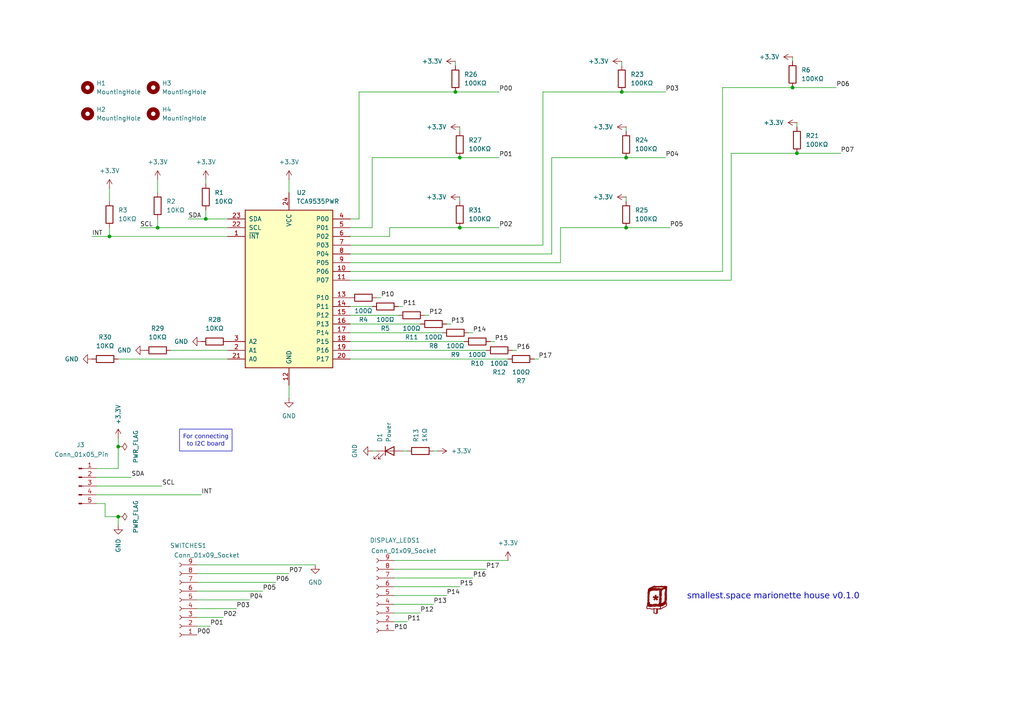
<source format=kicad_sch>
(kicad_sch (version 20231120) (generator "eeschema") (generator_version "8.0")
  (paper "A4")
  (lib_symbols
    (symbol "Connector:Conn_01x05_Pin" (pin_names (offset 1.016) hide)
      (property "Reference" "J" (at 0 7.62 0))
      (property "Value" "Conn_01x05_Pin" (at 0 -7.62 0))
      (symbol "Conn_01x05_Pin_1_1"
        (pin passive line (at 5.08 5.08 180) (length 3.81) (name "Pin_1") (number "1"))
        (pin passive line (at 5.08 2.54 180) (length 3.81) (name "Pin_2") (number "2"))
        (pin passive line (at 5.08 0 180) (length 3.81) (name "Pin_3") (number "3"))
        (pin passive line (at 5.08 -2.54 180) (length 3.81) (name "Pin_4") (number "4"))
        (pin passive line (at 5.08 -5.08 180) (length 3.81) (name "Pin_5") (number "5"))
      )
    )
    (symbol "Connector:Conn_01x09_Socket" (pin_names (offset 1.016) hide)
      (property "Reference" "J" (at 0 12.7 0))
      (property "Value" "Conn_01x09_Socket" (at 0 -12.7 0))
      (symbol "Conn_01x09_Socket_1_1"
        (pin passive line (at -5.08 10.16 0) (length 3.81) (name "Pin_1") (number "1"))
        (pin passive line (at -5.08 7.62 0) (length 3.81) (name "Pin_2") (number "2"))
        (pin passive line (at -5.08 5.08 0) (length 3.81) (name "Pin_3") (number "3"))
        (pin passive line (at -5.08 2.54 0) (length 3.81) (name "Pin_4") (number "4"))
        (pin passive line (at -5.08 0 0) (length 3.81) (name "Pin_5") (number "5"))
        (pin passive line (at -5.08 -2.54 0) (length 3.81) (name "Pin_6") (number "6"))
        (pin passive line (at -5.08 -5.08 0) (length 3.81) (name "Pin_7") (number "7"))
        (pin passive line (at -5.08 -7.62 0) (length 3.81) (name "Pin_8") (number "8"))
        (pin passive line (at -5.08 -10.16 0) (length 3.81) (name "Pin_9") (number "9"))
      )
    )
    (symbol "Device:LED" (pin_numbers hide) (pin_names (offset 1.016) hide)
      (property "Reference" "D" (at 0 2.54 0))
      (property "Value" "LED" (at 0 -2.54 0))
      (symbol "LED_1_1"
        (pin passive line (at -3.81 0 0) (length 2.54) (name "K") (number "1"))
        (pin passive line (at 3.81 0 180) (length 2.54) (name "A") (number "2"))
      )
    )
    (symbol "Device:R" (pin_numbers hide) (pin_names (offset 0))
      (property "Reference" "R" (at 2.032 0 90))
      (property "Value" "R" (at 0 0 90))
      (symbol "R_1_1"
        (pin passive line (at 0 3.81 270) (length 1.27) (name "~") (number "1"))
        (pin passive line (at 0 -3.81 90) (length 1.27) (name "~") (number "2"))
      )
    )
    (symbol "Interface_Expansion:TCA9535PWR" (pin_names (offset 1.016))
      (property "Reference" "U" (at -11.43 24.13 0))
      (property "Value" "TCA9535PWR" (at 0 0 0))
      (symbol "TCA9535PWR_1_1"
        (pin open_collector line (at -17.78 15.24 0) (length 5.08) (name "~{INT}") (number "1"))
        (pin bidirectional line (at 17.78 5.08 180) (length 5.08) (name "P06") (number "10"))
        (pin bidirectional line (at 17.78 2.54 180) (length 5.08) (name "P07") (number "11"))
        (pin power_in line (at 0 -27.94 90) (length 5.08) (name "GND") (number "12"))
        (pin bidirectional line (at 17.78 -2.54 180) (length 5.08) (name "P10") (number "13"))
        (pin bidirectional line (at 17.78 -5.08 180) (length 5.08) (name "P11") (number "14"))
        (pin bidirectional line (at 17.78 -7.62 180) (length 5.08) (name "P12") (number "15"))
        (pin bidirectional line (at 17.78 -10.16 180) (length 5.08) (name "P13") (number "16"))
        (pin bidirectional line (at 17.78 -12.7 180) (length 5.08) (name "P14") (number "17"))
        (pin bidirectional line (at 17.78 -15.24 180) (length 5.08) (name "P15") (number "18"))
        (pin bidirectional line (at 17.78 -17.78 180) (length 5.08) (name "P16") (number "19"))
        (pin input line (at -17.78 -17.78 0) (length 5.08) (name "A1") (number "2"))
        (pin bidirectional line (at 17.78 -20.32 180) (length 5.08) (name "P17") (number "20"))
        (pin input line (at -17.78 -20.32 0) (length 5.08) (name "A0") (number "21"))
        (pin input line (at -17.78 17.78 0) (length 5.08) (name "SCL") (number "22"))
        (pin bidirectional line (at -17.78 20.32 0) (length 5.08) (name "SDA") (number "23"))
        (pin power_in line (at 0 27.94 270) (length 5.08) (name "VCC") (number "24"))
        (pin input line (at -17.78 -15.24 0) (length 5.08) (name "A2") (number "3"))
        (pin bidirectional line (at 17.78 20.32 180) (length 5.08) (name "P00") (number "4"))
        (pin bidirectional line (at 17.78 17.78 180) (length 5.08) (name "P01") (number "5"))
        (pin bidirectional line (at 17.78 15.24 180) (length 5.08) (name "P02") (number "6"))
        (pin bidirectional line (at 17.78 12.7 180) (length 5.08) (name "P03") (number "7"))
        (pin bidirectional line (at 17.78 10.16 180) (length 5.08) (name "P04") (number "8"))
        (pin bidirectional line (at 17.78 7.62 180) (length 5.08) (name "P05") (number "9"))
      )
    )
    (symbol "Mechanical:MountingHole" (pin_names (offset 1.016)) (exclude_from_sim yes) (in_bom no)
      (property "Reference" "H" (at 0 5.08 0))
      (property "Value" "MountingHole" (at 0 3.175 0))
    )
    (symbol "power:+3.3V" (power) (pin_numbers hide) (pin_names (offset 0) hide)
      (property "Value" "+3.3V" (at 0 3.556 0))
      (symbol "+3.3V_1_1"
        (pin power_in line (at 0 0 90) (length 0) (name "~") (number "1"))
      )
    )
    (symbol "power:GND" (power) (pin_numbers hide) (pin_names (offset 0) hide)
      (property "Value" "GND" (at 0 -3.81 0))
      (symbol "GND_1_1"
        (pin power_in line (at 0 0 270) (length 0) (name "~") (number "1"))
      )
    )
    (symbol "power:PWR_FLAG" (power) (pin_numbers hide) (pin_names (offset 0) hide)
      (property "Value" "PWR_FLAG" (at 0 3.81 0))
      (symbol "PWR_FLAG_0_0"
        (pin power_out line (at 0 0 90) (length 0) (name "~") (number "1"))
      )
    )
    (symbol "smallest-space-graphics:smallest_space_logo_v1" (pin_names (offset 1.016)))
  )
  (junction (at 133.35 45.72))
  (junction (at 181.61 45.72))
  (junction (at 132.08 26.67))
  (junction (at 229.87 25.4))
  (junction (at 133.35 66.04))
  (junction (at 34.29 129.54))
  (junction (at 59.69 63.5))
  (junction (at 181.61 66.04))
  (junction (at 45.72 66.04))
  (junction (at 34.29 149.86))
  (junction (at 31.75 68.58))
  (junction (at 231.14 44.45))
  (junction (at 180.34 26.67))
  (wire (pts (xy 132.08 17.78) (xy 132.08 19.05)))
  (wire (pts (xy 180.34 17.78) (xy 180.34 19.05)))
  (wire (pts (xy 59.69 52.07) (xy 59.69 53.34)))
  (wire (pts (xy 123.19 91.44) (xy 124.46 91.44)))
  (wire (pts (xy 101.6 76.2) (xy 162.56 76.2)))
  (wire (pts (xy 133.35 36.83) (xy 133.35 38.1)))
  (wire (pts (xy 181.61 45.72) (xy 193.04 45.72)))
  (wire (pts (xy 109.22 86.36) (xy 110.49 86.36)))
  (wire (pts (xy 91.44 163.83) (xy 57.15 163.83)))
  (wire (pts (xy 76.2 171.45) (xy 57.15 171.45)))
  (wire (pts (xy 30.48 149.86) (xy 30.48 146.05)))
  (wire (pts (xy 162.56 66.04) (xy 181.61 66.04)))
  (wire (pts (xy 60.96 181.61) (xy 57.15 181.61)))
  (wire (pts (xy 157.48 71.12) (xy 157.48 26.67)))
  (wire (pts (xy 113.03 66.04) (xy 133.35 66.04)))
  (wire (pts (xy 101.6 104.14) (xy 147.32 104.14)))
  (wire (pts (xy 121.92 177.8) (xy 114.3 177.8)))
  (wire (pts (xy 140.97 101.6) (xy 101.6 101.6)))
  (wire (pts (xy 34.29 127) (xy 34.29 129.54)))
  (wire (pts (xy 121.92 93.98) (xy 101.6 93.98)))
  (wire (pts (xy 46.99 140.97) (xy 27.94 140.97)))
  (wire (pts (xy 45.72 63.5) (xy 45.72 66.04)))
  (wire (pts (xy 231.14 35.56) (xy 231.14 36.83)))
  (wire (pts (xy 116.84 130.81) (xy 118.11 130.81)))
  (wire (pts (xy 34.29 152.4) (xy 34.29 149.86)))
  (wire (pts (xy 107.95 66.04) (xy 107.95 45.72)))
  (wire (pts (xy 72.39 173.99) (xy 57.15 173.99)))
  (wire (pts (xy 148.59 101.6) (xy 149.86 101.6)))
  (wire (pts (xy 180.34 26.67) (xy 193.04 26.67)))
  (wire (pts (xy 133.35 66.04) (xy 144.78 66.04)))
  (wire (pts (xy 209.55 25.4) (xy 229.87 25.4)))
  (wire (pts (xy 128.27 96.52) (xy 101.6 96.52)))
  (wire (pts (xy 212.09 81.28) (xy 212.09 44.45)))
  (wire (pts (xy 101.6 81.28) (xy 212.09 81.28)))
  (wire (pts (xy 142.24 99.06) (xy 143.51 99.06)))
  (wire (pts (xy 45.72 66.04) (xy 66.04 66.04)))
  (wire (pts (xy 140.97 165.1) (xy 114.3 165.1)))
  (wire (pts (xy 38.1 138.43) (xy 27.94 138.43)))
  (wire (pts (xy 107.95 88.9) (xy 101.6 88.9)))
  (wire (pts (xy 27.94 143.51) (xy 58.42 143.51)))
  (wire (pts (xy 134.62 99.06) (xy 101.6 99.06)))
  (wire (pts (xy 209.55 78.74) (xy 209.55 25.4)))
  (wire (pts (xy 229.87 25.4) (xy 242.57 25.4)))
  (wire (pts (xy 132.08 26.67) (xy 144.78 26.67)))
  (wire (pts (xy 40.64 66.04) (xy 45.72 66.04)))
  (wire (pts (xy 49.53 101.6) (xy 66.04 101.6)))
  (wire (pts (xy 160.02 73.66) (xy 160.02 45.72)))
  (wire (pts (xy 34.29 129.54) (xy 34.29 135.89)))
  (wire (pts (xy 31.75 66.04) (xy 31.75 68.58)))
  (wire (pts (xy 31.75 54.61) (xy 31.75 58.42)))
  (wire (pts (xy 45.72 52.07) (xy 45.72 55.88)))
  (wire (pts (xy 229.87 16.51) (xy 229.87 17.78)))
  (wire (pts (xy 212.09 44.45) (xy 231.14 44.45)))
  (wire (pts (xy 137.16 167.64) (xy 114.3 167.64)))
  (wire (pts (xy 118.11 180.34) (xy 114.3 180.34)))
  (wire (pts (xy 27.94 146.05) (xy 30.48 146.05)))
  (wire (pts (xy 83.82 115.57) (xy 83.82 111.76)))
  (wire (pts (xy 129.54 93.98) (xy 130.81 93.98)))
  (wire (pts (xy 59.69 63.5) (xy 66.04 63.5)))
  (wire (pts (xy 231.14 44.45) (xy 243.84 44.45)))
  (wire (pts (xy 101.6 78.74) (xy 209.55 78.74)))
  (wire (pts (xy 115.57 91.44) (xy 101.6 91.44)))
  (wire (pts (xy 83.82 166.37) (xy 57.15 166.37)))
  (wire (pts (xy 80.01 168.91) (xy 57.15 168.91)))
  (wire (pts (xy 101.6 68.58) (xy 113.03 68.58)))
  (wire (pts (xy 26.67 68.58) (xy 31.75 68.58)))
  (wire (pts (xy 181.61 36.83) (xy 181.61 38.1)))
  (wire (pts (xy 34.29 135.89) (xy 27.94 135.89)))
  (wire (pts (xy 107.95 45.72) (xy 133.35 45.72)))
  (wire (pts (xy 160.02 45.72) (xy 181.61 45.72)))
  (wire (pts (xy 101.6 71.12) (xy 157.48 71.12)))
  (wire (pts (xy 133.35 170.18) (xy 114.3 170.18)))
  (wire (pts (xy 157.48 26.67) (xy 180.34 26.67)))
  (wire (pts (xy 104.14 63.5) (xy 104.14 26.67)))
  (wire (pts (xy 107.95 130.81) (xy 109.22 130.81)))
  (wire (pts (xy 31.75 68.58) (xy 66.04 68.58)))
  (wire (pts (xy 147.32 162.56) (xy 114.3 162.56)))
  (wire (pts (xy 34.29 104.14) (xy 66.04 104.14)))
  (wire (pts (xy 125.73 130.81) (xy 127 130.81)))
  (wire (pts (xy 34.29 149.86) (xy 30.48 149.86)))
  (wire (pts (xy 104.14 26.67) (xy 132.08 26.67)))
  (wire (pts (xy 181.61 66.04) (xy 194.31 66.04)))
  (wire (pts (xy 135.89 96.52) (xy 137.16 96.52)))
  (wire (pts (xy 115.57 88.9) (xy 116.84 88.9)))
  (wire (pts (xy 54.61 63.5) (xy 59.69 63.5)))
  (wire (pts (xy 181.61 57.15) (xy 181.61 58.42)))
  (wire (pts (xy 83.82 52.07) (xy 83.82 55.88)))
  (wire (pts (xy 133.35 57.15) (xy 133.35 58.42)))
  (wire (pts (xy 133.35 45.72) (xy 144.78 45.72)))
  (wire (pts (xy 113.03 68.58) (xy 113.03 66.04)))
  (wire (pts (xy 68.58 176.53) (xy 57.15 176.53)))
  (wire (pts (xy 156.21 104.14) (xy 154.94 104.14)))
  (wire (pts (xy 125.73 175.26) (xy 114.3 175.26)))
  (wire (pts (xy 101.6 73.66) (xy 160.02 73.66)))
  (wire (pts (xy 162.56 76.2) (xy 162.56 66.04)))
  (wire (pts (xy 101.6 63.5) (xy 104.14 63.5)))
  (wire (pts (xy 64.77 179.07) (xy 57.15 179.07)))
  (wire (pts (xy 101.6 66.04) (xy 107.95 66.04)))
  (wire (pts (xy 129.54 172.72) (xy 114.3 172.72)))
  (wire (pts (xy 59.69 60.96) (xy 59.69 63.5)))
  (text_box "For connecting to I2C board" (at 52.07 124.46 0) (size 15.24 6.35) (effects (font (size 1.27 1.27))))
  (text "smallest.space marionette house v0.1.0" (at 224.282 173.482 0) (effects (font (size 1.778 1.778))))
  (label "INT" (at 26.67 68.58 0))
  (label "P13" (at 130.81 93.98 0))
  (label "P12" (at 121.92 177.8 0))
  (label "SDA" (at 38.1 138.43 0))
  (label "P17" (at 140.97 165.1 0))
  (label "P05" (at 194.31 66.04 0))
  (label "P15" (at 143.51 99.06 0))
  (label "P16" (at 137.16 167.64 0))
  (label "P06" (at 242.57 25.4 0))
  (label "P07" (at 83.82 166.37 0))
  (label "P00" (at 57.15 184.15 0))
  (label "P01" (at 144.78 45.72 0))
  (label "P03" (at 68.58 176.53 0))
  (label "P17" (at 156.21 104.14 0))
  (label "P10" (at 110.49 86.36 0))
  (label "P00" (at 144.78 26.67 0))
  (label "P03" (at 193.04 26.67 0))
  (label "P06" (at 80.01 168.91 0))
  (label "INT" (at 58.42 143.51 0))
  (label "P11" (at 118.11 180.34 0))
  (label "P14" (at 129.54 172.72 0))
  (label "P11" (at 116.84 88.9 0))
  (label "P14" (at 137.16 96.52 0))
  (label "P12" (at 124.46 91.44 0))
  (label "P16" (at 149.86 101.6 0))
  (label "SCL" (at 46.99 140.97 0))
  (label "P13" (at 125.73 175.26 0))
  (label "P02" (at 144.78 66.04 0))
  (label "P02" (at 64.77 179.07 0))
  (label "P04" (at 193.04 45.72 0))
  (label "P10" (at 114.3 182.88 0))
  (label "P04" (at 72.39 173.99 0))
  (label "P05" (at 76.2 171.45 0))
  (label "SDA" (at 54.61 63.5 0))
  (label "P15" (at 133.35 170.18 0))
  (label "P07" (at 243.84 44.45 0))
  (label "SCL" (at 40.64 66.04 0))
  (label "P01" (at 60.96 181.61 0))
  (symbol (lib_id "Mechanical:MountingHole") (at 25.4 25.4 0) (unit 1) (exclude_from_sim yes) (in_bom no)
    (property "Reference" "H1" (at 27.94 24.1299 0) (effects (justify left)))
    (property "Value" "MountingHole" (at 27.94 26.6699 0) (effects (justify left)))
    (property "Footprint" "MountingHole:MountingHole_2.5mm" (effects (hide yes)))
    (property "Description" "Mounting Hole without connection" (effects (hide yes)))
  )
  (symbol (lib_id "power:+3.3V") (at 31.75 54.61 0) (unit 1)
    (property "Reference" "#PWR07" (effects (hide yes)))
    (property "Value" "+3.3V" (at 31.75 49.53 0))
    (property "Description" "Power symbol creates a global label with name \"+3.3V\"" (effects (hide yes)))
  )
  (symbol (lib_id "Device:R") (at 229.87 21.59 0) (unit 1)
    (property "Reference" "R6" (at 232.41 20.3199 0) (effects (justify left)))
    (property "Value" "100KΩ" (at 232.41 22.8599 0) (effects (justify left)))
    (property "Footprint" "Resistor_SMD:R_0805_2012Metric_Pad1.20x1.40mm_HandSolder" (effects (hide yes)))
    (property "Description" "Resistor" (effects (hide yes)))
  )
  (symbol (lib_id "power:+3.3V") (at 34.29 127 0) (unit 1)
    (property "Reference" "#PWR01" (effects (hide yes)))
    (property "Value" "+3.3V" (at 34.2901 123.19 90) (effects (justify left)))
    (property "Description" "Power symbol creates a global label with name \"+3.3V\"" (effects (hide yes)))
  )
  (symbol (lib_id "power:PWR_FLAG") (at 34.29 149.86 270) (unit 1)
    (property "Reference" "#FLG01" (effects (hide yes)))
    (property "Value" "PWR_FLAG" (at 39.37 149.86 0))
    (property "Description" "Special symbol for telling ERC where power comes from" (effects (hide yes)))
  )
  (symbol (lib_id "Device:R") (at 119.38 91.44 270) (unit 1)
    (property "Reference" "R11" (at 119.38 97.79 90))
    (property "Value" "100Ω" (at 119.38 95.25 90))
    (property "Footprint" "Resistor_SMD:R_0805_2012Metric_Pad1.20x1.40mm_HandSolder" (effects (hide yes)))
    (property "Description" "Resistor" (effects (hide yes)))
  )
  (symbol (lib_id "power:+3.3V") (at 231.14 35.56 90) (unit 1)
    (property "Reference" "#PWR018" (effects (hide yes)))
    (property "Value" "+3.3V" (at 227.33 35.5599 90) (effects (justify left)))
    (property "Description" "Power symbol creates a global label with name \"+3.3V\"" (effects (hide yes)))
  )
  (symbol (lib_id "Device:R") (at 132.08 22.86 0) (unit 1)
    (property "Reference" "R26" (at 134.62 21.5899 0) (effects (justify left)))
    (property "Value" "100KΩ" (at 134.62 24.1299 0) (effects (justify left)))
    (property "Footprint" "Resistor_SMD:R_0805_2012Metric_Pad1.20x1.40mm_HandSolder" (effects (hide yes)))
    (property "Description" "Resistor" (effects (hide yes)))
  )
  (symbol (lib_id "power:GND") (at 58.42 99.06 270) (unit 1)
    (property "Reference" "#PWR032" (effects (hide yes)))
    (property "Value" "GND" (at 54.61 99.0599 90) (effects (justify right)))
    (property "Description" "Power symbol creates a global label with name \"GND\" , ground" (effects (hide yes)))
  )
  (symbol (lib_id "Device:R") (at 45.72 59.69 0) (unit 1)
    (property "Reference" "R2" (at 48.26 58.4199 0) (effects (justify left)))
    (property "Value" "10KΩ" (at 48.26 60.9599 0) (effects (justify left)))
    (property "Footprint" "Resistor_SMD:R_0805_2012Metric_Pad1.20x1.40mm_HandSolder" (effects (hide yes)))
    (property "Description" "Resistor" (effects (hide yes)))
  )
  (symbol (lib_id "Device:R") (at 133.35 41.91 0) (unit 1)
    (property "Reference" "R27" (at 135.89 40.6399 0) (effects (justify left)))
    (property "Value" "100KΩ" (at 135.89 43.1799 0) (effects (justify left)))
    (property "Footprint" "Resistor_SMD:R_0805_2012Metric_Pad1.20x1.40mm_HandSolder" (effects (hide yes)))
    (property "Description" "Resistor" (effects (hide yes)))
  )
  (symbol (lib_id "Device:R") (at 181.61 62.23 0) (unit 1)
    (property "Reference" "R25" (at 184.15 60.9599 0) (effects (justify left)))
    (property "Value" "100KΩ" (at 184.15 63.4999 0) (effects (justify left)))
    (property "Footprint" "Resistor_SMD:R_0805_2012Metric_Pad1.20x1.40mm_HandSolder" (effects (hide yes)))
    (property "Description" "Resistor" (effects (hide yes)))
  )
  (symbol (lib_id "Device:R") (at 181.61 41.91 0) (unit 1)
    (property "Reference" "R24" (at 184.15 40.6399 0) (effects (justify left)))
    (property "Value" "100KΩ" (at 184.15 43.1799 0) (effects (justify left)))
    (property "Footprint" "Resistor_SMD:R_0805_2012Metric_Pad1.20x1.40mm_HandSolder" (effects (hide yes)))
    (property "Description" "Resistor" (effects (hide yes)))
  )
  (symbol (lib_id "power:+3.3V") (at 45.72 52.07 0) (unit 1)
    (property "Reference" "#PWR06" (effects (hide yes)))
    (property "Value" "+3.3V" (at 45.72 46.99 0))
    (property "Description" "Power symbol creates a global label with name \"+3.3V\"" (effects (hide yes)))
  )
  (symbol (lib_id "power:GND") (at 26.67 104.14 270) (unit 1)
    (property "Reference" "#PWR034" (effects (hide yes)))
    (property "Value" "GND" (at 22.86 104.1399 90) (effects (justify right)))
    (property "Description" "Power symbol creates a global label with name \"GND\" , ground" (effects (hide yes)))
  )
  (symbol (lib_id "Device:R") (at 30.48 104.14 90) (unit 1)
    (property "Reference" "R30" (at 30.48 97.79 90))
    (property "Value" "10KΩ" (at 30.48 100.33 90))
    (property "Footprint" "Resistor_SMD:R_0805_2012Metric_Pad1.20x1.40mm_HandSolder" (effects (hide yes)))
    (property "Description" "Resistor" (effects (hide yes)))
  )
  (symbol (lib_id "power:+3.3V") (at 133.35 36.83 90) (unit 1)
    (property "Reference" "#PWR029" (effects (hide yes)))
    (property "Value" "+3.3V" (at 129.54 36.8299 90) (effects (justify left)))
    (property "Description" "Power symbol creates a global label with name \"+3.3V\"" (effects (hide yes)))
  )
  (symbol (lib_id "smallest-space-graphics:smallest_space_logo_v1") (at 190.5 173.99 0) (unit 1)
    (property "Reference" "#G1" (effects (hide yes)))
    (property "Value" "smallest_space_logo_v1" (effects (hide yes)))
  )
  (symbol (lib_id "Device:R") (at 144.78 101.6 270) (unit 1)
    (property "Reference" "R12" (at 144.78 107.95 90))
    (property "Value" "100Ω" (at 144.78 105.41 90))
    (property "Footprint" "Resistor_SMD:R_0805_2012Metric_Pad1.20x1.40mm_HandSolder" (effects (hide yes)))
    (property "Description" "Resistor" (effects (hide yes)))
  )
  (symbol (lib_id "Device:R") (at 151.13 104.14 270) (unit 1)
    (property "Reference" "R7" (at 151.13 110.49 90))
    (property "Value" "100Ω" (at 151.13 107.95 90))
    (property "Footprint" "Resistor_SMD:R_0805_2012Metric_Pad1.20x1.40mm_HandSolder" (effects (hide yes)))
    (property "Description" "Resistor" (effects (hide yes)))
  )
  (symbol (lib_id "Mechanical:MountingHole") (at 25.4 33.02 0) (unit 1) (exclude_from_sim yes) (in_bom no)
    (property "Reference" "H2" (at 27.94 31.7499 0) (effects (justify left)))
    (property "Value" "MountingHole" (at 27.94 34.2899 0) (effects (justify left)))
    (property "Footprint" "MountingHole:MountingHole_2.5mm" (effects (hide yes)))
    (property "Description" "Mounting Hole without connection" (effects (hide yes)))
  )
  (symbol (lib_id "Connector:Conn_01x09_Socket") (at 52.07 173.99 180) (unit 1)
    (property "Reference" "SWITCHES1" (at 54.61 158.242 0))
    (property "Value" "Conn_01x09_Socket" (at 59.944 161.036 0))
    (property "Footprint" "smallest-space-footprints:TBL009-254-09XX-2XX" (effects (hide yes)))
    (property "Description" "Generic connector, single row, 01x09, script generated" (effects (hide yes)))
  )
  (symbol (lib_id "power:+3.3V") (at 127 130.81 270) (unit 1)
    (property "Reference" "#PWR010" (effects (hide yes)))
    (property "Value" "+3.3V" (at 130.81 130.8099 90) (effects (justify left)))
    (property "Description" "Power symbol creates a global label with name \"+3.3V\"" (effects (hide yes)))
  )
  (symbol (lib_id "Device:R") (at 45.72 101.6 90) (unit 1)
    (property "Reference" "R29" (at 45.72 95.25 90))
    (property "Value" "10KΩ" (at 45.72 97.79 90))
    (property "Footprint" "Resistor_SMD:R_0805_2012Metric_Pad1.20x1.40mm_HandSolder" (effects (hide yes)))
    (property "Description" "Resistor" (effects (hide yes)))
  )
  (symbol (lib_id "Device:R") (at 180.34 22.86 0) (unit 1)
    (property "Reference" "R23" (at 182.88 21.5899 0) (effects (justify left)))
    (property "Value" "100KΩ" (at 182.88 24.1299 0) (effects (justify left)))
    (property "Footprint" "Resistor_SMD:R_0805_2012Metric_Pad1.20x1.40mm_HandSolder" (effects (hide yes)))
    (property "Description" "Resistor" (effects (hide yes)))
  )
  (symbol (lib_id "power:+3.3V") (at 132.08 17.78 90) (unit 1)
    (property "Reference" "#PWR028" (effects (hide yes)))
    (property "Value" "+3.3V" (at 128.27 17.7799 90) (effects (justify left)))
    (property "Description" "Power symbol creates a global label with name \"+3.3V\"" (effects (hide yes)))
  )
  (symbol (lib_id "Device:R") (at 31.75 62.23 0) (unit 1)
    (property "Reference" "R3" (at 34.29 60.9599 0) (effects (justify left)))
    (property "Value" "10KΩ" (at 34.29 63.4999 0) (effects (justify left)))
    (property "Footprint" "Resistor_SMD:R_0805_2012Metric_Pad1.20x1.40mm_HandSolder" (effects (hide yes)))
    (property "Description" "Resistor" (effects (hide yes)))
  )
  (symbol (lib_id "Device:LED") (at 113.03 130.81 0) (unit 1)
    (property "Reference" "D1" (at 110.1724 128.27 90) (effects (justify left)))
    (property "Value" "Power" (at 112.7124 128.27 90) (effects (justify left)))
    (property "Footprint" "LED_SMD:LED_0805_2012Metric_Pad1.15x1.40mm_HandSolder" (effects (hide yes)))
    (property "Description" "Light emitting diode" (effects (hide yes)))
  )
  (symbol (lib_id "Device:R") (at 62.23 99.06 90) (unit 1)
    (property "Reference" "R28" (at 62.23 92.71 90))
    (property "Value" "10KΩ" (at 62.23 95.25 90))
    (property "Footprint" "Resistor_SMD:R_0805_2012Metric_Pad1.20x1.40mm_HandSolder" (effects (hide yes)))
    (property "Description" "Resistor" (effects (hide yes)))
  )
  (symbol (lib_id "Interface_Expansion:TCA9535PWR") (at 83.82 83.82 0) (unit 1)
    (property "Reference" "U2" (at 86.0141 55.88 0) (effects (justify left)))
    (property "Value" "TCA9535PWR" (at 86.0141 58.42 0) (effects (justify left)))
    (property "Footprint" "Package_SO:TSSOP-24_4.4x7.8mm_P0.65mm" (effects (hide yes)))
    (property "Datasheet" "http://www.ti.com/lit/ds/symlink/tca9535.pdf" (effects (hide yes)))
    (property "Description" "16-bit I/O expander, I2C and SMBus interface, interrupts, w/o pull-ups, TSSOP-24 package" (effects (hide yes)))
  )
  (symbol (lib_id "power:PWR_FLAG") (at 34.29 129.54 270) (unit 1)
    (property "Reference" "#FLG02" (effects (hide yes)))
    (property "Value" "PWR_FLAG" (at 39.37 129.54 0))
    (property "Description" "Special symbol for telling ERC where power comes from" (effects (hide yes)))
  )
  (symbol (lib_id "power:GND") (at 83.82 115.57 0) (unit 1)
    (property "Reference" "#PWR04" (effects (hide yes)))
    (property "Value" "GND" (at 83.82 120.65 0))
    (property "Description" "Power symbol creates a global label with name \"GND\" , ground" (effects (hide yes)))
  )
  (symbol (lib_id "power:GND") (at 41.91 101.6 270) (unit 1)
    (property "Reference" "#PWR033" (effects (hide yes)))
    (property "Value" "GND" (at 38.1 101.5999 90) (effects (justify right)))
    (property "Description" "Power symbol creates a global label with name \"GND\" , ground" (effects (hide yes)))
  )
  (symbol (lib_id "power:+3.3V") (at 181.61 57.15 90) (unit 1)
    (property "Reference" "#PWR024" (effects (hide yes)))
    (property "Value" "+3.3V" (at 177.8 57.1499 90) (effects (justify left)))
    (property "Description" "Power symbol creates a global label with name \"+3.3V\"" (effects (hide yes)))
  )
  (symbol (lib_id "power:GND") (at 107.95 130.81 270) (unit 1)
    (property "Reference" "#PWR08" (effects (hide yes)))
    (property "Value" "GND" (at 102.87 130.81 0))
    (property "Description" "Power symbol creates a global label with name \"GND\" , ground" (effects (hide yes)))
  )
  (symbol (lib_id "Device:R") (at 59.69 57.15 0) (unit 1)
    (property "Reference" "R1" (at 62.23 55.8799 0) (effects (justify left)))
    (property "Value" "10KΩ" (at 62.23 58.4199 0) (effects (justify left)))
    (property "Footprint" "Resistor_SMD:R_0805_2012Metric_Pad1.20x1.40mm_HandSolder" (effects (hide yes)))
    (property "Description" "Resistor" (effects (hide yes)))
  )
  (symbol (lib_id "Connector:Conn_01x09_Socket") (at 109.22 172.72 180) (unit 1)
    (property "Reference" "DISPLAY_LEDS1" (at 114.554 156.718 0))
    (property "Value" "Conn_01x09_Socket" (at 117.094 159.766 0))
    (property "Footprint" "smallest-space-footprints:TBL009-254-09XX-2XX" (effects (hide yes)))
    (property "Description" "Generic connector, single row, 01x09, script generated" (effects (hide yes)))
  )
  (symbol (lib_id "Device:R") (at 105.41 86.36 270) (unit 1)
    (property "Reference" "R4" (at 105.41 92.71 90))
    (property "Value" "100Ω" (at 105.41 90.17 90))
    (property "Footprint" "Resistor_SMD:R_0805_2012Metric_Pad1.20x1.40mm_HandSolder" (effects (hide yes)))
    (property "Description" "Resistor" (effects (hide yes)))
  )
  (symbol (lib_id "power:+3.3V") (at 133.35 57.15 90) (unit 1)
    (property "Reference" "#PWR030" (effects (hide yes)))
    (property "Value" "+3.3V" (at 129.54 57.1499 90) (effects (justify left)))
    (property "Description" "Power symbol creates a global label with name \"+3.3V\"" (effects (hide yes)))
  )
  (symbol (lib_id "power:GND") (at 34.29 152.4 0) (unit 1)
    (property "Reference" "#PWR02" (effects (hide yes)))
    (property "Value" "GND" (at 34.2899 156.21 90) (effects (justify right)))
    (property "Description" "Power symbol creates a global label with name \"GND\" , ground" (effects (hide yes)))
  )
  (symbol (lib_id "Connector:Conn_01x05_Pin") (at 22.86 140.97 0) (unit 1)
    (property "Reference" "J3" (at 23.368 129.032 0))
    (property "Value" "Conn_01x05_Pin" (at 23.622 131.826 0))
    (property "Footprint" "smallest-space-footprints:JST_S05B-PASK-2_1x05_P2.00mm_Side_entry" (effects (hide yes)))
    (property "Description" "Generic connector, single row, 01x05, script generated" (effects (hide yes)))
  )
  (symbol (lib_id "power:+3.3V") (at 59.69 52.07 0) (unit 1)
    (property "Reference" "#PWR05" (effects (hide yes)))
    (property "Value" "+3.3V" (at 59.69 46.99 0))
    (property "Description" "Power symbol creates a global label with name \"+3.3V\"" (effects (hide yes)))
  )
  (symbol (lib_id "Device:R") (at 132.08 96.52 270) (unit 1)
    (property "Reference" "R9" (at 132.08 102.87 90))
    (property "Value" "100Ω" (at 132.08 100.33 90))
    (property "Footprint" "Resistor_SMD:R_0805_2012Metric_Pad1.20x1.40mm_HandSolder" (effects (hide yes)))
    (property "Description" "Resistor" (effects (hide yes)))
  )
  (symbol (lib_id "Mechanical:MountingHole") (at 44.45 25.4 0) (unit 1) (exclude_from_sim yes) (in_bom no)
    (property "Reference" "H3" (at 46.99 24.1299 0) (effects (justify left)))
    (property "Value" "MountingHole" (at 46.99 26.6699 0) (effects (justify left)))
    (property "Footprint" "MountingHole:MountingHole_2.5mm" (effects (hide yes)))
    (property "Description" "Mounting Hole without connection" (effects (hide yes)))
  )
  (symbol (lib_id "Device:R") (at 231.14 40.64 0) (unit 1)
    (property "Reference" "R21" (at 233.68 39.3699 0) (effects (justify left)))
    (property "Value" "100KΩ" (at 233.68 41.9099 0) (effects (justify left)))
    (property "Footprint" "Resistor_SMD:R_0805_2012Metric_Pad1.20x1.40mm_HandSolder" (effects (hide yes)))
    (property "Description" "Resistor" (effects (hide yes)))
  )
  (symbol (lib_id "power:+3.3V") (at 180.34 17.78 90) (unit 1)
    (property "Reference" "#PWR022" (effects (hide yes)))
    (property "Value" "+3.3V" (at 176.53 17.7799 90) (effects (justify left)))
    (property "Description" "Power symbol creates a global label with name \"+3.3V\"" (effects (hide yes)))
  )
  (symbol (lib_id "power:+3.3V") (at 229.87 16.51 90) (unit 1)
    (property "Reference" "#PWR09" (effects (hide yes)))
    (property "Value" "+3.3V" (at 226.06 16.5099 90) (effects (justify left)))
    (property "Description" "Power symbol creates a global label with name \"+3.3V\"" (effects (hide yes)))
  )
  (symbol (lib_id "Device:R") (at 111.76 88.9 270) (unit 1)
    (property "Reference" "R5" (at 111.76 95.25 90))
    (property "Value" "100Ω" (at 111.76 92.71 90))
    (property "Footprint" "Resistor_SMD:R_0805_2012Metric_Pad1.20x1.40mm_HandSolder" (effects (hide yes)))
    (property "Description" "Resistor" (effects (hide yes)))
  )
  (symbol (lib_id "power:GND") (at 91.44 163.83 0) (unit 1)
    (property "Reference" "#PWR020" (effects (hide yes)))
    (property "Value" "GND" (at 91.44 168.91 0))
    (property "Description" "Power symbol creates a global label with name \"GND\" , ground" (effects (hide yes)))
  )
  (symbol (lib_id "power:+3.3V") (at 83.82 52.07 0) (unit 1)
    (property "Reference" "#PWR03" (effects (hide yes)))
    (property "Value" "+3.3V" (at 83.82 46.99 0))
    (property "Description" "Power symbol creates a global label with name \"+3.3V\"" (effects (hide yes)))
  )
  (symbol (lib_id "power:+3.3V") (at 147.32 162.56 0) (unit 1)
    (property "Reference" "#PWR021" (effects (hide yes)))
    (property "Value" "+3.3V" (at 147.32 157.48 0))
    (property "Description" "Power symbol creates a global label with name \"+3.3V\"" (effects (hide yes)))
  )
  (symbol (lib_id "Mechanical:MountingHole") (at 44.45 33.02 0) (unit 1) (exclude_from_sim yes) (in_bom no)
    (property "Reference" "H4" (at 46.99 31.7499 0) (effects (justify left)))
    (property "Value" "MountingHole" (at 46.99 34.2899 0) (effects (justify left)))
    (property "Footprint" "MountingHole:MountingHole_2.5mm" (effects (hide yes)))
    (property "Description" "Mounting Hole without connection" (effects (hide yes)))
  )
  (symbol (lib_id "Device:R") (at 121.92 130.81 90) (unit 1)
    (property "Reference" "R13" (at 120.6499 128.27 0) (effects (justify left)))
    (property "Value" "1KΩ" (at 123.1899 128.27 0) (effects (justify left)))
    (property "Footprint" "Resistor_SMD:R_0805_2012Metric_Pad1.20x1.40mm_HandSolder" (effects (hide yes)))
    (property "Description" "Resistor" (effects (hide yes)))
  )
  (symbol (lib_id "power:+3.3V") (at 181.61 36.83 90) (unit 1)
    (property "Reference" "#PWR023" (effects (hide yes)))
    (property "Value" "+3.3V" (at 177.8 36.8299 90) (effects (justify left)))
    (property "Description" "Power symbol creates a global label with name \"+3.3V\"" (effects (hide yes)))
  )
  (symbol (lib_id "Device:R") (at 138.43 99.06 270) (unit 1)
    (property "Reference" "R10" (at 138.43 105.41 90))
    (property "Value" "100Ω" (at 138.43 102.87 90))
    (property "Footprint" "Resistor_SMD:R_0805_2012Metric_Pad1.20x1.40mm_HandSolder" (effects (hide yes)))
    (property "Description" "Resistor" (effects (hide yes)))
  )
  (symbol (lib_id "Device:R") (at 133.35 62.23 0) (unit 1)
    (property "Reference" "R31" (at 135.89 60.9599 0) (effects (justify left)))
    (property "Value" "100KΩ" (at 135.89 63.4999 0) (effects (justify left)))
    (property "Footprint" "Resistor_SMD:R_0805_2012Metric_Pad1.20x1.40mm_HandSolder" (effects (hide yes)))
    (property "Description" "Resistor" (effects (hide yes)))
  )
  (symbol (lib_id "Device:R") (at 125.73 93.98 270) (unit 1)
    (property "Reference" "R8" (at 125.73 100.33 90))
    (property "Value" "100Ω" (at 125.73 97.79 90))
    (property "Footprint" "Resistor_SMD:R_0805_2012Metric_Pad1.20x1.40mm_HandSolder" (effects (hide yes)))
    (property "Description" "Resistor" (effects (hide yes)))
  )
)
</source>
